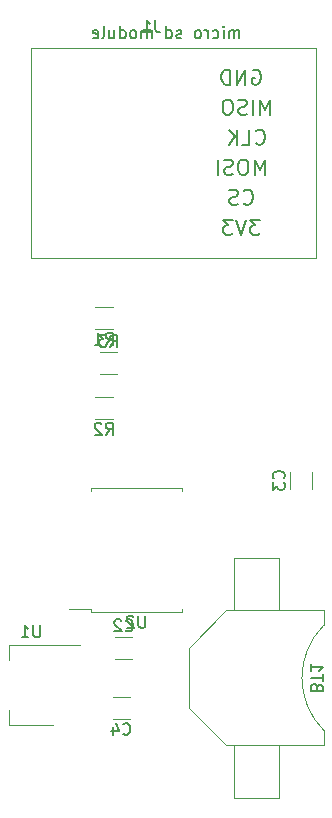
<source format=gbr>
%TF.GenerationSoftware,KiCad,Pcbnew,(5.1.9)-1*%
%TF.CreationDate,2021-11-05T10:50:43-04:00*%
%TF.ProjectId,raindrop,7261696e-6472-46f7-902e-6b696361645f,rev?*%
%TF.SameCoordinates,Original*%
%TF.FileFunction,Legend,Bot*%
%TF.FilePolarity,Positive*%
%FSLAX46Y46*%
G04 Gerber Fmt 4.6, Leading zero omitted, Abs format (unit mm)*
G04 Created by KiCad (PCBNEW (5.1.9)-1) date 2021-11-05 10:50:43*
%MOMM*%
%LPD*%
G01*
G04 APERTURE LIST*
%ADD10C,0.120000*%
%ADD11C,0.150000*%
G04 APERTURE END LIST*
D10*
%TO.C,J1*%
X156210000Y-83820000D02*
X156210000Y-66040000D01*
X156210000Y-66040000D02*
X132080000Y-66040000D01*
X132080000Y-66040000D02*
X132080000Y-83820000D01*
X132080000Y-83820000D02*
X156210000Y-83820000D01*
%TO.C,U2*%
X140970000Y-103325000D02*
X144830000Y-103325000D01*
X144830000Y-103325000D02*
X144830000Y-103580000D01*
X140970000Y-103325000D02*
X137110000Y-103325000D01*
X137110000Y-103325000D02*
X137110000Y-103580000D01*
X140970000Y-113845000D02*
X144830000Y-113845000D01*
X144830000Y-113845000D02*
X144830000Y-113590000D01*
X140970000Y-113845000D02*
X137110000Y-113845000D01*
X137110000Y-113845000D02*
X137110000Y-113590000D01*
X137110000Y-113590000D02*
X135295000Y-113590000D01*
%TO.C,U1*%
X130170000Y-123400000D02*
X130170000Y-122140000D01*
X130170000Y-116580000D02*
X130170000Y-117840000D01*
X133930000Y-123400000D02*
X130170000Y-123400000D01*
X136180000Y-116580000D02*
X130170000Y-116580000D01*
%TO.C,R3*%
X139349564Y-91800000D02*
X137895436Y-91800000D01*
X139349564Y-93620000D02*
X137895436Y-93620000D01*
%TO.C,R2*%
X137510436Y-97430000D02*
X138964564Y-97430000D01*
X137510436Y-95610000D02*
X138964564Y-95610000D01*
%TO.C,R1*%
X137510436Y-89810000D02*
X138964564Y-89810000D01*
X137510436Y-87990000D02*
X138964564Y-87990000D01*
%TO.C,C4*%
X138988748Y-122830000D02*
X140411252Y-122830000D01*
X138988748Y-121010000D02*
X140411252Y-121010000D01*
%TO.C,C3*%
X154030000Y-101953748D02*
X154030000Y-103376252D01*
X155850000Y-101953748D02*
X155850000Y-103376252D01*
%TO.C,C2*%
X140616252Y-115930000D02*
X139193748Y-115930000D01*
X140616252Y-117750000D02*
X139193748Y-117750000D01*
%TO.C,BT1*%
X149225000Y-129540000D02*
X149225000Y-128905000D01*
X153035000Y-129540000D02*
X149225000Y-129540000D01*
X153035000Y-128905000D02*
X153035000Y-129540000D01*
X149225000Y-109220000D02*
X149225000Y-109855000D01*
X153035000Y-109220000D02*
X149225000Y-109220000D01*
X153035000Y-109855000D02*
X153035000Y-109220000D01*
X149225000Y-128905000D02*
X149225000Y-125095000D01*
X153035000Y-125095000D02*
X153035000Y-128905000D01*
X149225000Y-109855000D02*
X149225000Y-113665000D01*
X153035000Y-113665000D02*
X153035000Y-109855000D01*
X156845000Y-113665000D02*
X148590000Y-113665000D01*
X151130000Y-125095000D02*
X148590000Y-125095000D01*
X145415000Y-121920000D02*
X148590000Y-125095000D01*
X145415000Y-116840000D02*
X148590000Y-113665000D01*
X145415000Y-121920000D02*
X145415000Y-116840000D01*
X145415000Y-119380000D02*
X145415000Y-121920000D01*
X156845000Y-125095000D02*
X156845000Y-123825000D01*
X156845000Y-113665000D02*
X156845000Y-114935000D01*
X151130000Y-125095000D02*
X156845000Y-125095000D01*
X156845001Y-114935001D02*
G75*
G03*
X156845001Y-123824999I4444999J-4444999D01*
G01*
%TO.C,J1*%
D11*
X142573333Y-63722380D02*
X142573333Y-64436666D01*
X142620952Y-64579523D01*
X142716190Y-64674761D01*
X142859047Y-64722380D01*
X142954285Y-64722380D01*
X141573333Y-64722380D02*
X142144761Y-64722380D01*
X141859047Y-64722380D02*
X141859047Y-63722380D01*
X141954285Y-63865238D01*
X142049523Y-63960476D01*
X142144761Y-64008095D01*
X151432380Y-80584523D02*
X150646190Y-80584523D01*
X151069523Y-81068333D01*
X150888095Y-81068333D01*
X150767142Y-81128809D01*
X150706666Y-81189285D01*
X150646190Y-81310238D01*
X150646190Y-81612619D01*
X150706666Y-81733571D01*
X150767142Y-81794047D01*
X150888095Y-81854523D01*
X151250952Y-81854523D01*
X151371904Y-81794047D01*
X151432380Y-81733571D01*
X150283333Y-80584523D02*
X149860000Y-81854523D01*
X149436666Y-80584523D01*
X149134285Y-80584523D02*
X148348095Y-80584523D01*
X148771428Y-81068333D01*
X148590000Y-81068333D01*
X148469047Y-81128809D01*
X148408571Y-81189285D01*
X148348095Y-81310238D01*
X148348095Y-81612619D01*
X148408571Y-81733571D01*
X148469047Y-81794047D01*
X148590000Y-81854523D01*
X148952857Y-81854523D01*
X149073809Y-81794047D01*
X149134285Y-81733571D01*
X150071666Y-79193571D02*
X150132142Y-79254047D01*
X150313571Y-79314523D01*
X150434523Y-79314523D01*
X150615952Y-79254047D01*
X150736904Y-79133095D01*
X150797380Y-79012142D01*
X150857857Y-78770238D01*
X150857857Y-78588809D01*
X150797380Y-78346904D01*
X150736904Y-78225952D01*
X150615952Y-78105000D01*
X150434523Y-78044523D01*
X150313571Y-78044523D01*
X150132142Y-78105000D01*
X150071666Y-78165476D01*
X149587857Y-79254047D02*
X149406428Y-79314523D01*
X149104047Y-79314523D01*
X148983095Y-79254047D01*
X148922619Y-79193571D01*
X148862142Y-79072619D01*
X148862142Y-78951666D01*
X148922619Y-78830714D01*
X148983095Y-78770238D01*
X149104047Y-78709761D01*
X149345952Y-78649285D01*
X149466904Y-78588809D01*
X149527380Y-78528333D01*
X149587857Y-78407380D01*
X149587857Y-78286428D01*
X149527380Y-78165476D01*
X149466904Y-78105000D01*
X149345952Y-78044523D01*
X149043571Y-78044523D01*
X148862142Y-78105000D01*
X151855714Y-76774523D02*
X151855714Y-75504523D01*
X151432380Y-76411666D01*
X151009047Y-75504523D01*
X151009047Y-76774523D01*
X150162380Y-75504523D02*
X149920476Y-75504523D01*
X149799523Y-75565000D01*
X149678571Y-75685952D01*
X149618095Y-75927857D01*
X149618095Y-76351190D01*
X149678571Y-76593095D01*
X149799523Y-76714047D01*
X149920476Y-76774523D01*
X150162380Y-76774523D01*
X150283333Y-76714047D01*
X150404285Y-76593095D01*
X150464761Y-76351190D01*
X150464761Y-75927857D01*
X150404285Y-75685952D01*
X150283333Y-75565000D01*
X150162380Y-75504523D01*
X149134285Y-76714047D02*
X148952857Y-76774523D01*
X148650476Y-76774523D01*
X148529523Y-76714047D01*
X148469047Y-76653571D01*
X148408571Y-76532619D01*
X148408571Y-76411666D01*
X148469047Y-76290714D01*
X148529523Y-76230238D01*
X148650476Y-76169761D01*
X148892380Y-76109285D01*
X149013333Y-76048809D01*
X149073809Y-75988333D01*
X149134285Y-75867380D01*
X149134285Y-75746428D01*
X149073809Y-75625476D01*
X149013333Y-75565000D01*
X148892380Y-75504523D01*
X148590000Y-75504523D01*
X148408571Y-75565000D01*
X147864285Y-76774523D02*
X147864285Y-75504523D01*
X151099761Y-74113571D02*
X151160238Y-74174047D01*
X151341666Y-74234523D01*
X151462619Y-74234523D01*
X151644047Y-74174047D01*
X151765000Y-74053095D01*
X151825476Y-73932142D01*
X151885952Y-73690238D01*
X151885952Y-73508809D01*
X151825476Y-73266904D01*
X151765000Y-73145952D01*
X151644047Y-73025000D01*
X151462619Y-72964523D01*
X151341666Y-72964523D01*
X151160238Y-73025000D01*
X151099761Y-73085476D01*
X149950714Y-74234523D02*
X150555476Y-74234523D01*
X150555476Y-72964523D01*
X149527380Y-74234523D02*
X149527380Y-72964523D01*
X148801666Y-74234523D02*
X149345952Y-73508809D01*
X148801666Y-72964523D02*
X149527380Y-73690238D01*
X152339523Y-71694523D02*
X152339523Y-70424523D01*
X151916190Y-71331666D01*
X151492857Y-70424523D01*
X151492857Y-71694523D01*
X150888095Y-71694523D02*
X150888095Y-70424523D01*
X150343809Y-71634047D02*
X150162380Y-71694523D01*
X149860000Y-71694523D01*
X149739047Y-71634047D01*
X149678571Y-71573571D01*
X149618095Y-71452619D01*
X149618095Y-71331666D01*
X149678571Y-71210714D01*
X149739047Y-71150238D01*
X149860000Y-71089761D01*
X150101904Y-71029285D01*
X150222857Y-70968809D01*
X150283333Y-70908333D01*
X150343809Y-70787380D01*
X150343809Y-70666428D01*
X150283333Y-70545476D01*
X150222857Y-70485000D01*
X150101904Y-70424523D01*
X149799523Y-70424523D01*
X149618095Y-70485000D01*
X148831904Y-70424523D02*
X148590000Y-70424523D01*
X148469047Y-70485000D01*
X148348095Y-70605952D01*
X148287619Y-70847857D01*
X148287619Y-71271190D01*
X148348095Y-71513095D01*
X148469047Y-71634047D01*
X148590000Y-71694523D01*
X148831904Y-71694523D01*
X148952857Y-71634047D01*
X149073809Y-71513095D01*
X149134285Y-71271190D01*
X149134285Y-70847857D01*
X149073809Y-70605952D01*
X148952857Y-70485000D01*
X148831904Y-70424523D01*
X150827619Y-67945000D02*
X150948571Y-67884523D01*
X151130000Y-67884523D01*
X151311428Y-67945000D01*
X151432380Y-68065952D01*
X151492857Y-68186904D01*
X151553333Y-68428809D01*
X151553333Y-68610238D01*
X151492857Y-68852142D01*
X151432380Y-68973095D01*
X151311428Y-69094047D01*
X151130000Y-69154523D01*
X151009047Y-69154523D01*
X150827619Y-69094047D01*
X150767142Y-69033571D01*
X150767142Y-68610238D01*
X151009047Y-68610238D01*
X150222857Y-69154523D02*
X150222857Y-67884523D01*
X149497142Y-69154523D01*
X149497142Y-67884523D01*
X148892380Y-69154523D02*
X148892380Y-67884523D01*
X148590000Y-67884523D01*
X148408571Y-67945000D01*
X148287619Y-68065952D01*
X148227142Y-68186904D01*
X148166666Y-68428809D01*
X148166666Y-68610238D01*
X148227142Y-68852142D01*
X148287619Y-68973095D01*
X148408571Y-69094047D01*
X148590000Y-69154523D01*
X148892380Y-69154523D01*
X149700476Y-65222380D02*
X149700476Y-64555714D01*
X149700476Y-64650952D02*
X149652857Y-64603333D01*
X149557619Y-64555714D01*
X149414761Y-64555714D01*
X149319523Y-64603333D01*
X149271904Y-64698571D01*
X149271904Y-65222380D01*
X149271904Y-64698571D02*
X149224285Y-64603333D01*
X149129047Y-64555714D01*
X148986190Y-64555714D01*
X148890952Y-64603333D01*
X148843333Y-64698571D01*
X148843333Y-65222380D01*
X148367142Y-65222380D02*
X148367142Y-64555714D01*
X148367142Y-64222380D02*
X148414761Y-64270000D01*
X148367142Y-64317619D01*
X148319523Y-64270000D01*
X148367142Y-64222380D01*
X148367142Y-64317619D01*
X147462380Y-65174761D02*
X147557619Y-65222380D01*
X147748095Y-65222380D01*
X147843333Y-65174761D01*
X147890952Y-65127142D01*
X147938571Y-65031904D01*
X147938571Y-64746190D01*
X147890952Y-64650952D01*
X147843333Y-64603333D01*
X147748095Y-64555714D01*
X147557619Y-64555714D01*
X147462380Y-64603333D01*
X147033809Y-65222380D02*
X147033809Y-64555714D01*
X147033809Y-64746190D02*
X146986190Y-64650952D01*
X146938571Y-64603333D01*
X146843333Y-64555714D01*
X146748095Y-64555714D01*
X146271904Y-65222380D02*
X146367142Y-65174761D01*
X146414761Y-65127142D01*
X146462380Y-65031904D01*
X146462380Y-64746190D01*
X146414761Y-64650952D01*
X146367142Y-64603333D01*
X146271904Y-64555714D01*
X146129047Y-64555714D01*
X146033809Y-64603333D01*
X145986190Y-64650952D01*
X145938571Y-64746190D01*
X145938571Y-65031904D01*
X145986190Y-65127142D01*
X146033809Y-65174761D01*
X146129047Y-65222380D01*
X146271904Y-65222380D01*
X144795714Y-65174761D02*
X144700476Y-65222380D01*
X144510000Y-65222380D01*
X144414761Y-65174761D01*
X144367142Y-65079523D01*
X144367142Y-65031904D01*
X144414761Y-64936666D01*
X144510000Y-64889047D01*
X144652857Y-64889047D01*
X144748095Y-64841428D01*
X144795714Y-64746190D01*
X144795714Y-64698571D01*
X144748095Y-64603333D01*
X144652857Y-64555714D01*
X144510000Y-64555714D01*
X144414761Y-64603333D01*
X143510000Y-65222380D02*
X143510000Y-64222380D01*
X143510000Y-65174761D02*
X143605238Y-65222380D01*
X143795714Y-65222380D01*
X143890952Y-65174761D01*
X143938571Y-65127142D01*
X143986190Y-65031904D01*
X143986190Y-64746190D01*
X143938571Y-64650952D01*
X143890952Y-64603333D01*
X143795714Y-64555714D01*
X143605238Y-64555714D01*
X143510000Y-64603333D01*
X142271904Y-65222380D02*
X142271904Y-64555714D01*
X142271904Y-64650952D02*
X142224285Y-64603333D01*
X142129047Y-64555714D01*
X141986190Y-64555714D01*
X141890952Y-64603333D01*
X141843333Y-64698571D01*
X141843333Y-65222380D01*
X141843333Y-64698571D02*
X141795714Y-64603333D01*
X141700476Y-64555714D01*
X141557619Y-64555714D01*
X141462380Y-64603333D01*
X141414761Y-64698571D01*
X141414761Y-65222380D01*
X140795714Y-65222380D02*
X140890952Y-65174761D01*
X140938571Y-65127142D01*
X140986190Y-65031904D01*
X140986190Y-64746190D01*
X140938571Y-64650952D01*
X140890952Y-64603333D01*
X140795714Y-64555714D01*
X140652857Y-64555714D01*
X140557619Y-64603333D01*
X140510000Y-64650952D01*
X140462380Y-64746190D01*
X140462380Y-65031904D01*
X140510000Y-65127142D01*
X140557619Y-65174761D01*
X140652857Y-65222380D01*
X140795714Y-65222380D01*
X139605238Y-65222380D02*
X139605238Y-64222380D01*
X139605238Y-65174761D02*
X139700476Y-65222380D01*
X139890952Y-65222380D01*
X139986190Y-65174761D01*
X140033809Y-65127142D01*
X140081428Y-65031904D01*
X140081428Y-64746190D01*
X140033809Y-64650952D01*
X139986190Y-64603333D01*
X139890952Y-64555714D01*
X139700476Y-64555714D01*
X139605238Y-64603333D01*
X138700476Y-64555714D02*
X138700476Y-65222380D01*
X139129047Y-64555714D02*
X139129047Y-65079523D01*
X139081428Y-65174761D01*
X138986190Y-65222380D01*
X138843333Y-65222380D01*
X138748095Y-65174761D01*
X138700476Y-65127142D01*
X138081428Y-65222380D02*
X138176666Y-65174761D01*
X138224285Y-65079523D01*
X138224285Y-64222380D01*
X137319523Y-65174761D02*
X137414761Y-65222380D01*
X137605238Y-65222380D01*
X137700476Y-65174761D01*
X137748095Y-65079523D01*
X137748095Y-64698571D01*
X137700476Y-64603333D01*
X137605238Y-64555714D01*
X137414761Y-64555714D01*
X137319523Y-64603333D01*
X137271904Y-64698571D01*
X137271904Y-64793809D01*
X137748095Y-64889047D01*
%TO.C,U2*%
X141731904Y-114137380D02*
X141731904Y-114946904D01*
X141684285Y-115042142D01*
X141636666Y-115089761D01*
X141541428Y-115137380D01*
X141350952Y-115137380D01*
X141255714Y-115089761D01*
X141208095Y-115042142D01*
X141160476Y-114946904D01*
X141160476Y-114137380D01*
X140731904Y-114232619D02*
X140684285Y-114185000D01*
X140589047Y-114137380D01*
X140350952Y-114137380D01*
X140255714Y-114185000D01*
X140208095Y-114232619D01*
X140160476Y-114327857D01*
X140160476Y-114423095D01*
X140208095Y-114565952D01*
X140779523Y-115137380D01*
X140160476Y-115137380D01*
%TO.C,U1*%
X132841904Y-114942380D02*
X132841904Y-115751904D01*
X132794285Y-115847142D01*
X132746666Y-115894761D01*
X132651428Y-115942380D01*
X132460952Y-115942380D01*
X132365714Y-115894761D01*
X132318095Y-115847142D01*
X132270476Y-115751904D01*
X132270476Y-114942380D01*
X131270476Y-115942380D02*
X131841904Y-115942380D01*
X131556190Y-115942380D02*
X131556190Y-114942380D01*
X131651428Y-115085238D01*
X131746666Y-115180476D01*
X131841904Y-115228095D01*
%TO.C,R3*%
X138789166Y-91342380D02*
X139122500Y-90866190D01*
X139360595Y-91342380D02*
X139360595Y-90342380D01*
X138979642Y-90342380D01*
X138884404Y-90390000D01*
X138836785Y-90437619D01*
X138789166Y-90532857D01*
X138789166Y-90675714D01*
X138836785Y-90770952D01*
X138884404Y-90818571D01*
X138979642Y-90866190D01*
X139360595Y-90866190D01*
X138455833Y-90342380D02*
X137836785Y-90342380D01*
X138170119Y-90723333D01*
X138027261Y-90723333D01*
X137932023Y-90770952D01*
X137884404Y-90818571D01*
X137836785Y-90913809D01*
X137836785Y-91151904D01*
X137884404Y-91247142D01*
X137932023Y-91294761D01*
X138027261Y-91342380D01*
X138312976Y-91342380D01*
X138408214Y-91294761D01*
X138455833Y-91247142D01*
%TO.C,R2*%
X138404166Y-98792380D02*
X138737500Y-98316190D01*
X138975595Y-98792380D02*
X138975595Y-97792380D01*
X138594642Y-97792380D01*
X138499404Y-97840000D01*
X138451785Y-97887619D01*
X138404166Y-97982857D01*
X138404166Y-98125714D01*
X138451785Y-98220952D01*
X138499404Y-98268571D01*
X138594642Y-98316190D01*
X138975595Y-98316190D01*
X138023214Y-97887619D02*
X137975595Y-97840000D01*
X137880357Y-97792380D01*
X137642261Y-97792380D01*
X137547023Y-97840000D01*
X137499404Y-97887619D01*
X137451785Y-97982857D01*
X137451785Y-98078095D01*
X137499404Y-98220952D01*
X138070833Y-98792380D01*
X137451785Y-98792380D01*
%TO.C,R1*%
X138404166Y-91172380D02*
X138737500Y-90696190D01*
X138975595Y-91172380D02*
X138975595Y-90172380D01*
X138594642Y-90172380D01*
X138499404Y-90220000D01*
X138451785Y-90267619D01*
X138404166Y-90362857D01*
X138404166Y-90505714D01*
X138451785Y-90600952D01*
X138499404Y-90648571D01*
X138594642Y-90696190D01*
X138975595Y-90696190D01*
X137451785Y-91172380D02*
X138023214Y-91172380D01*
X137737500Y-91172380D02*
X137737500Y-90172380D01*
X137832738Y-90315238D01*
X137927976Y-90410476D01*
X138023214Y-90458095D01*
%TO.C,C4*%
X139866666Y-124127142D02*
X139914285Y-124174761D01*
X140057142Y-124222380D01*
X140152380Y-124222380D01*
X140295238Y-124174761D01*
X140390476Y-124079523D01*
X140438095Y-123984285D01*
X140485714Y-123793809D01*
X140485714Y-123650952D01*
X140438095Y-123460476D01*
X140390476Y-123365238D01*
X140295238Y-123270000D01*
X140152380Y-123222380D01*
X140057142Y-123222380D01*
X139914285Y-123270000D01*
X139866666Y-123317619D01*
X139009523Y-123555714D02*
X139009523Y-124222380D01*
X139247619Y-123174761D02*
X139485714Y-123889047D01*
X138866666Y-123889047D01*
%TO.C,C3*%
X153447142Y-102498333D02*
X153494761Y-102450714D01*
X153542380Y-102307857D01*
X153542380Y-102212619D01*
X153494761Y-102069761D01*
X153399523Y-101974523D01*
X153304285Y-101926904D01*
X153113809Y-101879285D01*
X152970952Y-101879285D01*
X152780476Y-101926904D01*
X152685238Y-101974523D01*
X152590000Y-102069761D01*
X152542380Y-102212619D01*
X152542380Y-102307857D01*
X152590000Y-102450714D01*
X152637619Y-102498333D01*
X152542380Y-102831666D02*
X152542380Y-103450714D01*
X152923333Y-103117380D01*
X152923333Y-103260238D01*
X152970952Y-103355476D01*
X153018571Y-103403095D01*
X153113809Y-103450714D01*
X153351904Y-103450714D01*
X153447142Y-103403095D01*
X153494761Y-103355476D01*
X153542380Y-103260238D01*
X153542380Y-102974523D01*
X153494761Y-102879285D01*
X153447142Y-102831666D01*
%TO.C,C2*%
X140071666Y-115347142D02*
X140119285Y-115394761D01*
X140262142Y-115442380D01*
X140357380Y-115442380D01*
X140500238Y-115394761D01*
X140595476Y-115299523D01*
X140643095Y-115204285D01*
X140690714Y-115013809D01*
X140690714Y-114870952D01*
X140643095Y-114680476D01*
X140595476Y-114585238D01*
X140500238Y-114490000D01*
X140357380Y-114442380D01*
X140262142Y-114442380D01*
X140119285Y-114490000D01*
X140071666Y-114537619D01*
X139690714Y-114537619D02*
X139643095Y-114490000D01*
X139547857Y-114442380D01*
X139309761Y-114442380D01*
X139214523Y-114490000D01*
X139166904Y-114537619D01*
X139119285Y-114632857D01*
X139119285Y-114728095D01*
X139166904Y-114870952D01*
X139738333Y-115442380D01*
X139119285Y-115442380D01*
%TO.C,BT1*%
X156281428Y-120165714D02*
X156233809Y-120022857D01*
X156186190Y-119975238D01*
X156090952Y-119927619D01*
X155948095Y-119927619D01*
X155852857Y-119975238D01*
X155805238Y-120022857D01*
X155757619Y-120118095D01*
X155757619Y-120499047D01*
X156757619Y-120499047D01*
X156757619Y-120165714D01*
X156710000Y-120070476D01*
X156662380Y-120022857D01*
X156567142Y-119975238D01*
X156471904Y-119975238D01*
X156376666Y-120022857D01*
X156329047Y-120070476D01*
X156281428Y-120165714D01*
X156281428Y-120499047D01*
X156757619Y-119641904D02*
X156757619Y-119070476D01*
X155757619Y-119356190D02*
X156757619Y-119356190D01*
X155757619Y-118213333D02*
X155757619Y-118784761D01*
X155757619Y-118499047D02*
X156757619Y-118499047D01*
X156614761Y-118594285D01*
X156519523Y-118689523D01*
X156471904Y-118784761D01*
%TD*%
M02*

</source>
